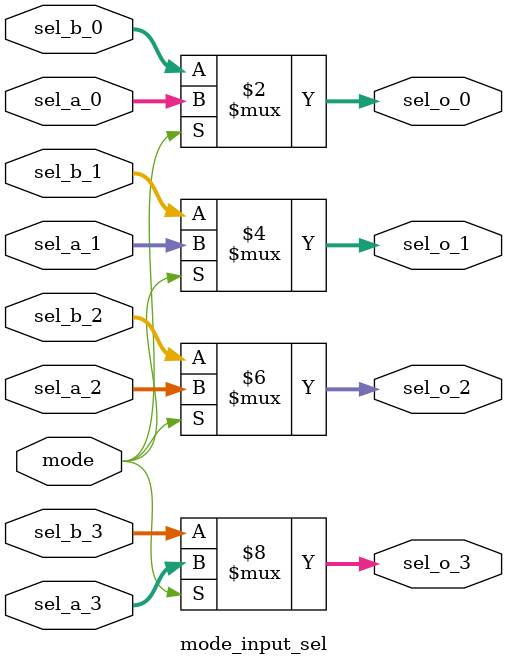
<source format=v>
`timescale 1ns / 1ps

`default_nettype none

module mode_input_sel(
    input wire mode,
    input wire [5:0] sel_a_0,
    input wire [5:0] sel_a_1,
    input wire [5:0] sel_a_2,
    input wire [5:0] sel_a_3,
    input wire [5:0] sel_b_0,
    input wire [5:0] sel_b_1,
    input wire [5:0] sel_b_2,
    input wire [5:0] sel_b_3,
    output wire [5:0] sel_o_0,
    output wire [5:0] sel_o_1,
    output wire [5:0] sel_o_2,
    output wire [5:0] sel_o_3
    );
    
    
// mode = 1, binary mode
// mode = 0, button mode
assign sel_o_0 = (mode == 1) ? {sel_a_0} : {sel_b_0};
assign sel_o_1 = (mode == 1) ? {sel_a_1} : {sel_b_1};
assign sel_o_2 = (mode == 1) ? {sel_a_2} : {sel_b_2};
assign sel_o_3 = (mode == 1) ? {sel_a_3} : {sel_b_3};

endmodule

</source>
